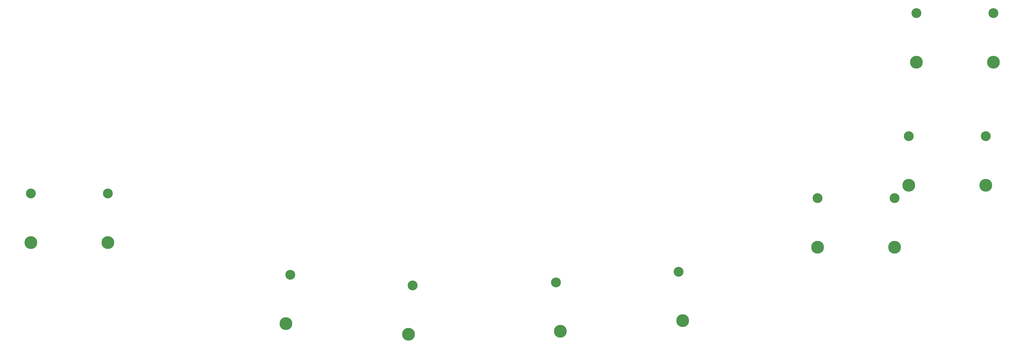
<source format=gbr>
%TF.GenerationSoftware,KiCad,Pcbnew,7.0.6*%
%TF.CreationDate,2023-09-01T00:58:10-07:00*%
%TF.ProjectId,top_plate,746f705f-706c-4617-9465-2e6b69636164,rev?*%
%TF.SameCoordinates,Original*%
%TF.FileFunction,Soldermask,Top*%
%TF.FilePolarity,Negative*%
%FSLAX46Y46*%
G04 Gerber Fmt 4.6, Leading zero omitted, Abs format (unit mm)*
G04 Created by KiCad (PCBNEW 7.0.6) date 2023-09-01 00:58:10*
%MOMM*%
%LPD*%
G01*
G04 APERTURE LIST*
%ADD10C,3.048000*%
%ADD11C,3.987800*%
G04 APERTURE END LIST*
D10*
%TO.C,REF\u002A\u002A*%
X205039516Y-174191536D03*
D11*
X206365155Y-189343657D03*
D10*
X242994534Y-170870902D03*
D11*
X244320173Y-186023024D03*
%TD*%
D10*
%TO.C,REF\u002A\u002A*%
X122632369Y-171791434D03*
D11*
X121306731Y-186943555D03*
D10*
X160587387Y-175112068D03*
D11*
X159261749Y-190264189D03*
%TD*%
D10*
%TO.C,REF\u002A\u002A*%
X286101649Y-148027376D03*
D11*
X286101649Y-163237376D03*
D10*
X309977649Y-148027376D03*
D11*
X309977649Y-163237376D03*
%TD*%
D10*
%TO.C,REF\u002A\u002A*%
X42183449Y-146607770D03*
D11*
X42183449Y-161817770D03*
D10*
X66059449Y-146607770D03*
D11*
X66059449Y-161817770D03*
%TD*%
D10*
%TO.C,REF\u002A\u002A*%
X314391649Y-128827376D03*
D11*
X314391649Y-144037376D03*
D10*
X338267649Y-128827376D03*
D11*
X338267649Y-144037376D03*
%TD*%
D10*
%TO.C,REF\u002A\u002A*%
X316739649Y-90632376D03*
D11*
X316739649Y-105842376D03*
D10*
X340615649Y-90632376D03*
D11*
X340615649Y-105842376D03*
%TD*%
M02*

</source>
